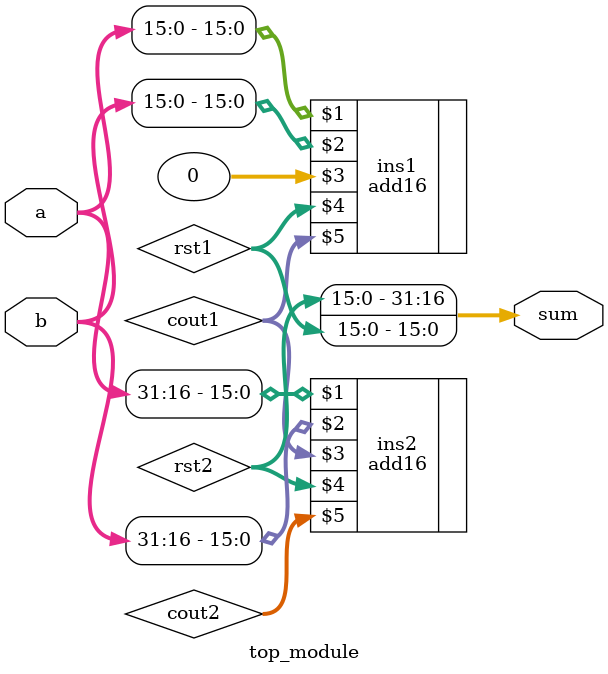
<source format=v>
module top_module(
    input [31:0] a,
    input [31:0] b,
    output [31:0] sum
);
    
    wire [15:0] rst1, rst2, cout1, cout2;

    add16 ins1 (a[15:0], b[15:0], 0, rst1, cout1);
    add16 ins2 (a[31:16], b[31:16], cout1, rst2, cout2);
    
    assign sum = {rst2, rst1};
    
endmodule

</source>
